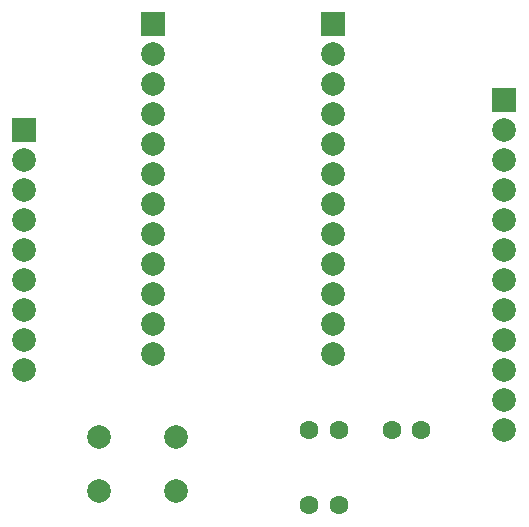
<source format=gbr>
G04 #@! TF.FileFunction,Copper,L2,Bot,Signal*
%FSLAX46Y46*%
G04 Gerber Fmt 4.6, Leading zero omitted, Abs format (unit mm)*
G04 Created by KiCad (PCBNEW 4.0.7) date 02/12/18 15:08:45*
%MOMM*%
%LPD*%
G01*
G04 APERTURE LIST*
%ADD10C,0.100000*%
%ADD11C,1.600000*%
%ADD12R,2.000000X2.000000*%
%ADD13C,2.000000*%
G04 APERTURE END LIST*
D10*
D11*
X124460000Y-99695000D03*
X126960000Y-99695000D03*
X117475000Y-99695000D03*
X119975000Y-99695000D03*
X117475000Y-106045000D03*
X119975000Y-106045000D03*
D12*
X104260000Y-65340000D03*
D13*
X104260000Y-67880000D03*
X104260000Y-70420000D03*
X104260000Y-72960000D03*
X104260000Y-75500000D03*
X104260000Y-78040000D03*
X104260000Y-80580000D03*
X104260000Y-83120000D03*
X104260000Y-85660000D03*
X104260000Y-88200000D03*
X104260000Y-90740000D03*
X104260000Y-93280000D03*
D12*
X119500000Y-65340000D03*
D13*
X119500000Y-67880000D03*
X119500000Y-70420000D03*
X119500000Y-72960000D03*
X119500000Y-75500000D03*
X119500000Y-78040000D03*
X119500000Y-80580000D03*
X119500000Y-83120000D03*
X119500000Y-85660000D03*
X119500000Y-88200000D03*
X119500000Y-90740000D03*
X119500000Y-93280000D03*
D12*
X133985000Y-71755000D03*
D13*
X133985000Y-74295000D03*
X133985000Y-76835000D03*
X133985000Y-79375000D03*
X133985000Y-81915000D03*
X133985000Y-84455000D03*
X133985000Y-86995000D03*
X133985000Y-89535000D03*
X133985000Y-92075000D03*
X133985000Y-94615000D03*
X133985000Y-97155000D03*
X133985000Y-99695000D03*
D12*
X93345000Y-74295000D03*
D13*
X93345000Y-76835000D03*
X93345000Y-79375000D03*
X93345000Y-81915000D03*
X93345000Y-84455000D03*
X93345000Y-86995000D03*
X93345000Y-89535000D03*
X93345000Y-92075000D03*
X93345000Y-94615000D03*
X99695000Y-104830000D03*
X99695000Y-100330000D03*
X106195000Y-104830000D03*
X106195000Y-100330000D03*
M02*

</source>
